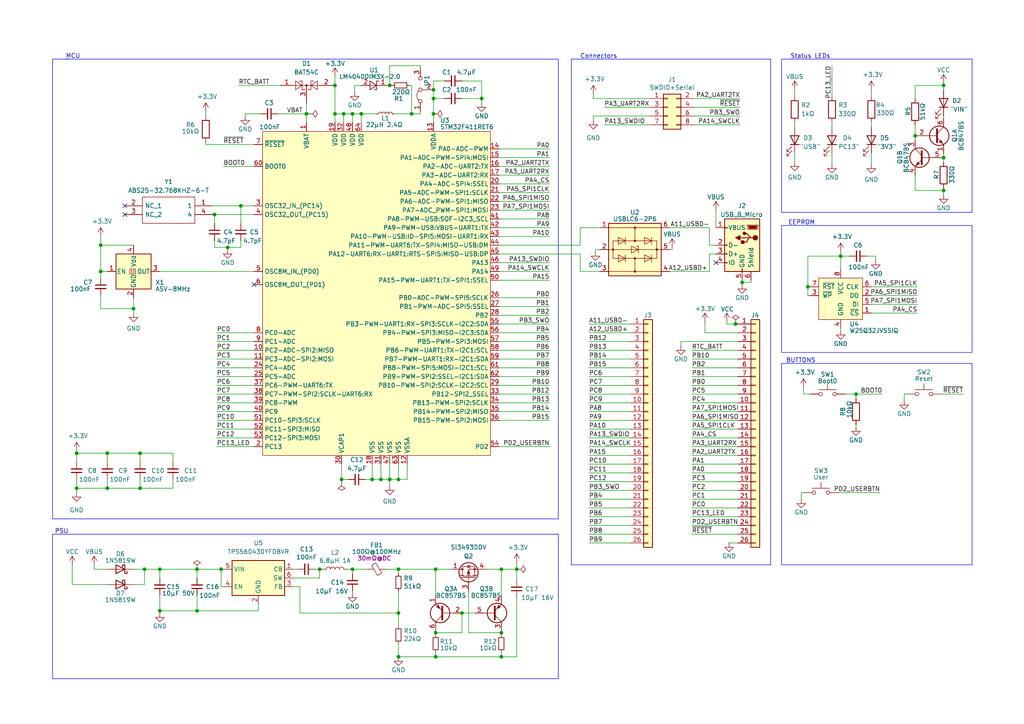
<source format=kicad_sch>
(kicad_sch (version 20230121) (generator eeschema)
  (paper "A4")
  (title_block (title "STM32 WhiteBoard64") (date "2023-10-25") (rev "D") (company "Retronics - Bjørner Sandom"))
  (junction (at 31.115 141.605))
  (junction (at 31.115 131.445))
  (junction (at 29.21 78.74))
  (junction (at 99.06 139.065))
  (junction (at 22.225 131.445))
  (junction (at 38.735 89.535))
  (junction (at 126.365 165.1))
  (junction (at 107.95 139.065))
  (junction (at 119.38 33.02))
  (junction (at 139.7 28.575))
  (junction (at 115.57 165.1))
  (junction (at 99.695 33.02))
  (junction (at 125.73 28.575))
  (junction (at 145.415 183.515))
  (junction (at 215.265 81.915))
  (junction (at 62.23 62.23))
  (junction (at 273.685 24.765))
  (junction (at 29.21 71.12))
  (junction (at 104.775 33.02))
  (junction (at 97.155 33.02))
  (junction (at 46.355 177.165))
  (junction (at 234.315 83.185))
  (junction (at 145.415 190.5))
  (junction (at 273.685 55.245))
  (junction (at 126.365 183.515))
  (junction (at 125.73 33.02))
  (junction (at 97.155 24.765))
  (junction (at 149.86 165.1))
  (junction (at 113.03 139.065))
  (junction (at 265.43 39.37))
  (junction (at 57.15 177.165))
  (junction (at 248.285 114.3))
  (junction (at 22.225 141.605))
  (junction (at 40.64 141.605))
  (junction (at 213.36 93.98))
  (junction (at 41.91 165.1))
  (junction (at 115.57 177.8))
  (junction (at 110.49 139.065))
  (junction (at 145.415 165.1))
  (junction (at 113.03 24.765))
  (junction (at 88.9 33.02))
  (junction (at 125.73 26.035))
  (junction (at 273.685 45.72))
  (junction (at 92.71 165.1))
  (junction (at 243.84 74.295))
  (junction (at 69.85 59.69))
  (junction (at 133.985 177.8))
  (junction (at 115.57 190.5))
  (junction (at 46.355 165.1))
  (junction (at 115.57 139.065))
  (junction (at 102.235 165.1))
  (junction (at 126.365 190.5))
  (junction (at 66.04 71.755))
  (junction (at 64.135 165.1))
  (junction (at 40.64 131.445))
  (junction (at 57.15 165.1))
  (junction (at 102.235 33.02))
  (no_connect (at 36.195 59.69))
  (no_connect (at 207.645 76.2))
  (no_connect (at 36.195 62.23))
  (no_connect (at 73.66 82.55))
  (wire (pts (xy 144.78 76.2) (xy 159.385 76.2)))
  (wire (pts (xy 69.85 59.69) (xy 73.66 59.69)))
  (wire (pts (xy 126.365 182.88) (xy 126.365 183.515)))
  (wire (pts (xy 22.225 130.81) (xy 22.225 131.445)))
  (wire (pts (xy 200.66 144.78) (xy 213.995 144.78)))
  (wire (pts (xy 102.87 24.765) (xy 104.775 24.765)))
  (polyline (pts (xy 165.735 17.145) (xy 223.52 17.145)))
  (wire (pts (xy 85.09 165.1) (xy 86.36 165.1)))
  (wire (pts (xy 64.77 48.26) (xy 73.66 48.26)))
  (wire (pts (xy 172.085 28.575) (xy 172.085 27.305)))
  (polyline (pts (xy 223.52 163.83) (xy 165.735 163.83)))
  (wire (pts (xy 29.21 68.58) (xy 29.21 71.12)))
  (wire (pts (xy 182.88 101.6) (xy 170.815 101.6)))
  (wire (pts (xy 135.89 183.515) (xy 145.415 183.515)))
  (wire (pts (xy 248.285 114.3) (xy 248.285 115.57)))
  (wire (pts (xy 144.78 55.88) (xy 159.385 55.88)))
  (wire (pts (xy 144.78 81.28) (xy 159.385 81.28)))
  (wire (pts (xy 73.66 106.68) (xy 62.865 106.68)))
  (wire (pts (xy 262.255 114.3) (xy 262.89 114.3)))
  (wire (pts (xy 62.23 62.23) (xy 61.595 62.23)))
  (wire (pts (xy 243.84 95.25) (xy 243.84 95.885)))
  (wire (pts (xy 182.88 99.06) (xy 170.815 99.06)))
  (wire (pts (xy 57.15 167.64) (xy 57.15 165.1)))
  (wire (pts (xy 182.88 119.38) (xy 170.815 119.38)))
  (wire (pts (xy 113.03 134.62) (xy 113.03 139.065)))
  (wire (pts (xy 194.31 66.04) (xy 205.74 66.04)))
  (wire (pts (xy 102.235 166.37) (xy 102.235 165.1)))
  (wire (pts (xy 139.7 28.575) (xy 139.7 29.845)))
  (wire (pts (xy 57.15 165.1) (xy 64.135 165.1)))
  (wire (pts (xy 213.995 93.98) (xy 213.36 93.98)))
  (wire (pts (xy 200.66 139.7) (xy 213.995 139.7)))
  (wire (pts (xy 121.92 19.05) (xy 121.92 19.685)))
  (wire (pts (xy 182.88 139.7) (xy 170.815 139.7)))
  (wire (pts (xy 200.66 121.92) (xy 213.995 121.92)))
  (wire (pts (xy 230.505 26.035) (xy 230.505 27.94)))
  (wire (pts (xy 62.23 62.23) (xy 62.23 64.77)))
  (wire (pts (xy 113.03 139.065) (xy 113.03 140.97)))
  (wire (pts (xy 182.88 149.86) (xy 170.815 149.86)))
  (wire (pts (xy 89.535 33.02) (xy 88.9 33.02)))
  (wire (pts (xy 86.995 177.8) (xy 86.995 170.18)))
  (wire (pts (xy 74.93 177.165) (xy 74.93 175.26)))
  (wire (pts (xy 144.78 88.9) (xy 159.385 88.9)))
  (wire (pts (xy 97.155 33.02) (xy 99.695 33.02)))
  (wire (pts (xy 73.66 121.92) (xy 62.865 121.92)))
  (wire (pts (xy 69.85 69.85) (xy 69.85 71.755)))
  (wire (pts (xy 200.66 137.16) (xy 213.995 137.16)))
  (wire (pts (xy 125.73 28.575) (xy 128.905 28.575)))
  (wire (pts (xy 73.66 96.52) (xy 62.865 96.52)))
  (wire (pts (xy 145.415 165.1) (xy 145.415 172.72)))
  (wire (pts (xy 126.365 183.515) (xy 126.365 184.15)))
  (wire (pts (xy 62.23 69.85) (xy 62.23 71.755)))
  (wire (pts (xy 144.78 68.58) (xy 159.385 68.58)))
  (wire (pts (xy 80.645 33.02) (xy 88.9 33.02)))
  (wire (pts (xy 118.745 24.765) (xy 119.38 24.765)))
  (wire (pts (xy 144.78 99.06) (xy 159.385 99.06)))
  (wire (pts (xy 252.73 85.725) (xy 266.065 85.725)))
  (wire (pts (xy 204.47 96.52) (xy 213.995 96.52)))
  (wire (pts (xy 182.88 106.68) (xy 170.815 106.68)))
  (wire (pts (xy 99.06 139.7) (xy 99.06 139.065)))
  (wire (pts (xy 200.66 147.32) (xy 213.995 147.32)))
  (wire (pts (xy 182.88 129.54) (xy 170.815 129.54)))
  (wire (pts (xy 182.88 127) (xy 170.815 127)))
  (wire (pts (xy 265.43 39.37) (xy 265.43 40.64)))
  (wire (pts (xy 144.78 96.52) (xy 159.385 96.52)))
  (wire (pts (xy 115.57 165.1) (xy 126.365 165.1)))
  (wire (pts (xy 194.945 71.755) (xy 194.945 72.39)))
  (wire (pts (xy 86.995 170.18) (xy 85.09 170.18)))
  (wire (pts (xy 118.11 134.62) (xy 118.11 139.065)))
  (wire (pts (xy 64.135 170.18) (xy 64.135 165.1)))
  (wire (pts (xy 182.88 144.78) (xy 170.815 144.78)))
  (wire (pts (xy 194.945 72.39) (xy 194.31 72.39)))
  (wire (pts (xy 126.365 189.23) (xy 126.365 190.5)))
  (wire (pts (xy 86.995 177.8) (xy 115.57 177.8)))
  (wire (pts (xy 133.985 23.495) (xy 139.7 23.495)))
  (wire (pts (xy 149.86 190.5) (xy 149.86 173.355)))
  (wire (pts (xy 113.03 24.765) (xy 113.03 19.05)))
  (wire (pts (xy 182.88 154.94) (xy 170.815 154.94)))
  (wire (pts (xy 88.9 35.56) (xy 88.9 33.02)))
  (wire (pts (xy 46.355 165.1) (xy 46.355 167.64)))
  (wire (pts (xy 31.115 141.605) (xy 22.225 141.605)))
  (wire (pts (xy 201.295 36.195) (xy 214.63 36.195)))
  (wire (pts (xy 215.265 81.28) (xy 215.265 81.915)))
  (wire (pts (xy 115.57 166.37) (xy 115.57 165.1)))
  (polyline (pts (xy 15.24 150.495) (xy 15.24 17.145)))
  (wire (pts (xy 69.85 59.69) (xy 69.85 64.77)))
  (wire (pts (xy 265.43 28.575) (xy 265.43 24.765)))
  (wire (pts (xy 73.66 124.46) (xy 62.865 124.46)))
  (wire (pts (xy 50.165 141.605) (xy 40.64 141.605)))
  (wire (pts (xy 200.66 109.22) (xy 213.995 109.22)))
  (wire (pts (xy 252.73 88.265) (xy 266.065 88.265)))
  (wire (pts (xy 144.78 101.6) (xy 159.385 101.6)))
  (wire (pts (xy 144.78 93.98) (xy 159.385 93.98)))
  (wire (pts (xy 50.165 131.445) (xy 50.165 133.985)))
  (wire (pts (xy 234.315 83.185) (xy 234.315 85.725)))
  (wire (pts (xy 182.88 157.48) (xy 170.815 157.48)))
  (wire (pts (xy 144.78 121.92) (xy 159.385 121.92)))
  (wire (pts (xy 188.595 33.655) (xy 172.085 33.655)))
  (wire (pts (xy 182.88 109.22) (xy 170.815 109.22)))
  (wire (pts (xy 133.985 28.575) (xy 139.7 28.575)))
  (wire (pts (xy 62.23 71.755) (xy 66.04 71.755)))
  (wire (pts (xy 234.315 83.185) (xy 234.95 83.185)))
  (wire (pts (xy 113.03 24.765) (xy 113.665 24.765)))
  (wire (pts (xy 145.415 182.88) (xy 145.415 183.515)))
  (wire (pts (xy 233.045 114.3) (xy 234.95 114.3)))
  (wire (pts (xy 205.74 71.12) (xy 207.645 71.12)))
  (wire (pts (xy 248.285 123.19) (xy 248.285 123.825)))
  (wire (pts (xy 73.66 119.38) (xy 62.865 119.38)))
  (wire (pts (xy 38.735 89.535) (xy 38.735 86.36)))
  (wire (pts (xy 254 74.295) (xy 254 75.565)))
  (wire (pts (xy 170.815 93.98) (xy 182.88 93.98)))
  (wire (pts (xy 29.21 89.535) (xy 38.735 89.535)))
  (wire (pts (xy 106.045 139.065) (xy 107.95 139.065)))
  (wire (pts (xy 115.57 190.5) (xy 126.365 190.5)))
  (wire (pts (xy 144.78 45.72) (xy 159.385 45.72)))
  (wire (pts (xy 40.64 139.065) (xy 40.64 141.605)))
  (wire (pts (xy 243.84 74.295) (xy 234.315 74.295)))
  (wire (pts (xy 114.3 33.02) (xy 119.38 33.02)))
  (wire (pts (xy 139.7 23.495) (xy 139.7 28.575)))
  (wire (pts (xy 85.09 167.64) (xy 92.71 167.64)))
  (wire (pts (xy 197.485 99.06) (xy 213.995 99.06)))
  (wire (pts (xy 273.685 45.72) (xy 273.685 46.99)))
  (wire (pts (xy 115.57 186.69) (xy 115.57 190.5)))
  (wire (pts (xy 182.88 147.32) (xy 170.815 147.32)))
  (wire (pts (xy 248.285 114.3) (xy 255.905 114.3)))
  (wire (pts (xy 144.78 60.96) (xy 159.385 60.96)))
  (wire (pts (xy 62.865 129.54) (xy 73.66 129.54)))
  (wire (pts (xy 182.88 116.84) (xy 170.815 116.84)))
  (wire (pts (xy 64.77 170.18) (xy 64.135 170.18)))
  (wire (pts (xy 210.82 93.98) (xy 213.36 93.98)))
  (wire (pts (xy 125.73 35.56) (xy 125.73 33.02)))
  (wire (pts (xy 115.57 171.45) (xy 115.57 177.8)))
  (wire (pts (xy 262.255 116.205) (xy 262.255 114.3)))
  (wire (pts (xy 207.645 60.96) (xy 207.645 66.04)))
  (wire (pts (xy 232.41 144.78) (xy 232.41 142.875)))
  (wire (pts (xy 251.46 74.295) (xy 254 74.295)))
  (wire (pts (xy 38.735 169.545) (xy 41.91 169.545)))
  (wire (pts (xy 125.73 23.495) (xy 128.905 23.495)))
  (wire (pts (xy 130.81 165.1) (xy 126.365 165.1)))
  (wire (pts (xy 200.66 106.68) (xy 213.995 106.68)))
  (wire (pts (xy 168.275 71.12) (xy 168.275 66.04)))
  (wire (pts (xy 93.345 165.1) (xy 92.71 165.1)))
  (wire (pts (xy 125.73 28.575) (xy 125.73 33.02)))
  (wire (pts (xy 273.685 33.655) (xy 273.685 34.29)))
  (wire (pts (xy 200.66 111.76) (xy 213.995 111.76)))
  (wire (pts (xy 111.76 165.1) (xy 115.57 165.1)))
  (wire (pts (xy 210.82 93.345) (xy 210.82 93.98)))
  (wire (pts (xy 230.505 35.56) (xy 230.505 36.83)))
  (wire (pts (xy 57.15 172.72) (xy 57.15 177.165)))
  (wire (pts (xy 73.66 101.6) (xy 62.865 101.6)))
  (wire (pts (xy 57.15 177.165) (xy 74.93 177.165)))
  (wire (pts (xy 200.66 116.84) (xy 213.995 116.84)))
  (wire (pts (xy 265.43 24.765) (xy 273.685 24.765)))
  (wire (pts (xy 102.235 165.1) (xy 100.965 165.1)))
  (wire (pts (xy 121.92 33.02) (xy 121.92 32.385)))
  (wire (pts (xy 149.86 165.1) (xy 149.86 168.275)))
  (wire (pts (xy 243.205 142.875) (xy 255.27 142.875)))
  (wire (pts (xy 125.73 23.495) (xy 125.73 26.035)))
  (wire (pts (xy 99.695 33.02) (xy 102.235 33.02)))
  (wire (pts (xy 200.66 149.86) (xy 213.995 149.86)))
  (wire (pts (xy 107.95 134.62) (xy 107.95 139.065)))
  (wire (pts (xy 200.66 154.94) (xy 213.995 154.94)))
  (wire (pts (xy 110.49 139.065) (xy 113.03 139.065)))
  (wire (pts (xy 91.44 165.1) (xy 92.71 165.1)))
  (wire (pts (xy 194.31 78.74) (xy 205.74 78.74)))
  (wire (pts (xy 273.685 44.45) (xy 273.685 45.72)))
  (wire (pts (xy 145.415 189.23) (xy 145.415 190.5)))
  (wire (pts (xy 144.78 114.3) (xy 159.385 114.3)))
  (wire (pts (xy 144.78 71.12) (xy 168.275 71.12)))
  (wire (pts (xy 144.78 58.42) (xy 159.385 58.42)))
  (wire (pts (xy 22.225 131.445) (xy 31.115 131.445)))
  (wire (pts (xy 265.43 39.37) (xy 265.43 36.195)))
  (wire (pts (xy 107.95 139.065) (xy 110.49 139.065)))
  (wire (pts (xy 201.295 33.655) (xy 214.63 33.655)))
  (wire (pts (xy 73.66 111.76) (xy 62.865 111.76)))
  (wire (pts (xy 217.805 81.915) (xy 215.265 81.915)))
  (wire (pts (xy 188.595 28.575) (xy 172.085 28.575)))
  (wire (pts (xy 92.71 167.64) (xy 92.71 165.1)))
  (wire (pts (xy 31.115 131.445) (xy 31.115 133.985)))
  (polyline (pts (xy 165.735 17.145) (xy 165.735 163.83)))
  (wire (pts (xy 140.97 165.1) (xy 145.415 165.1)))
  (wire (pts (xy 182.88 121.92) (xy 170.815 121.92)))
  (wire (pts (xy 81.28 24.765) (xy 69.215 24.765)))
  (wire (pts (xy 73.66 104.14) (xy 62.865 104.14)))
  (wire (pts (xy 273.685 24.13) (xy 273.685 24.765)))
  (wire (pts (xy 172.72 73.025) (xy 172.72 72.39)))
  (wire (pts (xy 113.03 19.05) (xy 121.92 19.05)))
  (wire (pts (xy 144.78 43.18) (xy 159.385 43.18)))
  (wire (pts (xy 97.155 24.765) (xy 97.155 33.02)))
  (wire (pts (xy 31.115 131.445) (xy 40.64 131.445)))
  (wire (pts (xy 38.735 89.535) (xy 38.735 90.805)))
  (wire (pts (xy 144.78 109.22) (xy 159.385 109.22)))
  (wire (pts (xy 200.66 124.46) (xy 213.995 124.46)))
  (wire (pts (xy 73.66 109.22) (xy 62.865 109.22)))
  (wire (pts (xy 200.66 114.3) (xy 213.995 114.3)))
  (wire (pts (xy 168.275 78.74) (xy 173.99 78.74)))
  (wire (pts (xy 115.57 177.8) (xy 115.57 181.61)))
  (wire (pts (xy 215.265 81.915) (xy 215.265 82.55)))
  (wire (pts (xy 182.88 104.14) (xy 170.815 104.14)))
  (wire (pts (xy 144.78 91.44) (xy 159.385 91.44)))
  (wire (pts (xy 125.73 26.035) (xy 125.73 28.575)))
  (wire (pts (xy 201.295 28.575) (xy 214.63 28.575)))
  (wire (pts (xy 243.84 74.295) (xy 243.84 78.105)))
  (wire (pts (xy 273.685 54.61) (xy 273.685 55.245)))
  (wire (pts (xy 273.685 24.765) (xy 273.685 26.035)))
  (wire (pts (xy 113.03 139.065) (xy 115.57 139.065)))
  (wire (pts (xy 46.355 78.74) (xy 73.66 78.74)))
  (wire (pts (xy 110.49 134.62) (xy 110.49 139.065)))
  (wire (pts (xy 149.86 163.195) (xy 149.86 165.1)))
  (wire (pts (xy 200.66 101.6) (xy 213.995 101.6)))
  (wire (pts (xy 241.3 44.45) (xy 241.3 47.625)))
  (wire (pts (xy 40.64 131.445) (xy 40.64 133.985)))
  (wire (pts (xy 133.985 183.515) (xy 133.985 177.8)))
  (wire (pts (xy 233.045 112.395) (xy 233.045 114.3)))
  (wire (pts (xy 29.21 71.12) (xy 29.21 78.74)))
  (wire (pts (xy 200.66 152.4) (xy 213.995 152.4)))
  (wire (pts (xy 27.305 163.83) (xy 27.305 165.1)))
  (wire (pts (xy 59.69 41.275) (xy 59.69 41.91)))
  (wire (pts (xy 232.41 142.875) (xy 233.045 142.875)))
  (polyline (pts (xy 223.52 17.145) (xy 223.52 163.83)))
  (wire (pts (xy 29.21 85.725) (xy 29.21 89.535)))
  (wire (pts (xy 97.155 22.225) (xy 97.155 24.765)))
  (wire (pts (xy 73.66 114.3) (xy 62.865 114.3)))
  (wire (pts (xy 265.43 50.8) (xy 265.43 55.245)))
  (wire (pts (xy 265.43 39.37) (xy 266.065 39.37)))
  (wire (pts (xy 88.9 29.845) (xy 88.9 33.02)))
  (wire (pts (xy 144.78 53.34) (xy 159.385 53.34)))
  (wire (pts (xy 126.365 183.515) (xy 133.985 183.515)))
  (wire (pts (xy 205.74 78.74) (xy 205.74 73.66)))
  (wire (pts (xy 115.57 139.065) (xy 118.11 139.065)))
  (wire (pts (xy 144.78 104.14) (xy 159.385 104.14)))
  (wire (pts (xy 29.21 71.12) (xy 38.735 71.12)))
  (wire (pts (xy 144.78 106.68) (xy 159.385 106.68)))
  (wire (pts (xy 182.88 134.62) (xy 170.815 134.62)))
  (wire (pts (xy 73.66 62.23) (xy 62.23 62.23)))
  (wire (pts (xy 182.88 137.16) (xy 170.815 137.16)))
  (wire (pts (xy 102.235 33.02) (xy 104.775 33.02)))
  (wire (pts (xy 205.74 66.04) (xy 205.74 71.12)))
  (wire (pts (xy 22.225 131.445) (xy 22.225 133.985)))
  (wire (pts (xy 104.775 33.02) (xy 104.775 35.56)))
  (wire (pts (xy 273.05 45.72) (xy 273.685 45.72)))
  (wire (pts (xy 182.88 111.76) (xy 170.815 111.76)))
  (wire (pts (xy 41.91 169.545) (xy 41.91 165.1)))
  (polyline (pts (xy 15.24 17.145) (xy 19.685 17.145)))
  (wire (pts (xy 73.66 99.06) (xy 62.865 99.06)))
  (wire (pts (xy 144.78 66.04) (xy 159.385 66.04)))
  (wire (pts (xy 252.73 83.185) (xy 266.065 83.185)))
  (wire (pts (xy 144.78 63.5) (xy 159.385 63.5)))
  (wire (pts (xy 29.21 78.74) (xy 29.21 80.645)))
  (wire (pts (xy 126.365 165.1) (xy 126.365 172.72)))
  (wire (pts (xy 200.66 142.24) (xy 213.995 142.24)))
  (wire (pts (xy 27.305 165.1) (xy 31.115 165.1)))
  (wire (pts (xy 245.11 114.3) (xy 248.285 114.3)))
  (wire (pts (xy 204.47 93.345) (xy 204.47 96.52)))
  (wire (pts (xy 252.73 44.45) (xy 252.73 47.625)))
  (wire (pts (xy 135.89 171.45) (xy 135.89 183.515)))
  (polyline (pts (xy 161.925 17.145) (xy 161.925 150.495)))
  (wire (pts (xy 102.235 165.1) (xy 106.68 165.1)))
  (wire (pts (xy 241.3 35.56) (xy 241.3 36.83)))
  (wire (pts (xy 144.78 129.54) (xy 159.385 129.54)))
  (wire (pts (xy 168.275 66.04) (xy 173.99 66.04)))
  (wire (pts (xy 119.38 33.02) (xy 121.92 33.02)))
  (wire (pts (xy 69.85 71.755) (xy 66.04 71.755)))
  (wire (pts (xy 115.57 134.62) (xy 115.57 139.065)))
  (wire (pts (xy 20.955 163.83) (xy 20.955 169.545)))
  (wire (pts (xy 22.225 141.605) (xy 22.225 142.875)))
  (wire (pts (xy 144.78 111.76) (xy 159.385 111.76)))
  (wire (pts (xy 144.78 73.66) (xy 168.275 73.66)))
  (wire (pts (xy 145.415 190.5) (xy 149.86 190.5)))
  (wire (pts (xy 144.78 116.84) (xy 159.385 116.84)))
  (wire (pts (xy 59.69 32.385) (xy 59.69 33.655)))
  (wire (pts (xy 217.805 81.28) (xy 217.805 81.915)))
  (wire (pts (xy 144.78 48.26) (xy 159.385 48.26)))
  (wire (pts (xy 200.66 129.54) (xy 213.995 129.54)))
  (wire (pts (xy 182.88 152.4) (xy 170.815 152.4)))
  (wire (pts (xy 112.395 24.765) (xy 113.03 24.765)))
  (wire (pts (xy 96.52 24.765) (xy 97.155 24.765)))
  (wire (pts (xy 188.595 36.195) (xy 175.26 36.195)))
  (wire (pts (xy 99.695 33.02) (xy 99.695 35.56)))
  (wire (pts (xy 144.78 50.8) (xy 159.385 50.8)))
  (wire (pts (xy 172.72 72.39) (xy 173.99 72.39)))
  (wire (pts (xy 71.12 33.02) (xy 71.12 33.655)))
  (wire (pts (xy 234.315 85.725) (xy 234.95 85.725)))
  (wire (pts (xy 41.91 165.1) (xy 46.355 165.1)))
  (wire (pts (xy 119.38 24.765) (xy 119.38 33.02)))
  (wire (pts (xy 50.165 139.065) (xy 50.165 141.605)))
  (wire (pts (xy 168.275 73.66) (xy 168.275 78.74)))
  (wire (pts (xy 99.06 134.62) (xy 99.06 139.065)))
  (wire (pts (xy 144.78 78.74) (xy 159.385 78.74)))
  (wire (pts (xy 97.155 33.02) (xy 97.155 35.56)))
  (wire (pts (xy 71.12 33.02) (xy 75.565 33.02)))
  (wire (pts (xy 182.88 114.3) (xy 170.815 114.3)))
  (wire (pts (xy 64.135 165.1) (xy 64.77 165.1)))
  (wire (pts (xy 102.87 24.765) (xy 102.87 26.67)))
  (wire (pts (xy 234.315 74.295) (xy 234.315 83.185)))
  (wire (pts (xy 149.86 165.1) (xy 145.415 165.1)))
  (wire (pts (xy 273.685 55.245) (xy 273.685 56.515)))
  (wire (pts (xy 31.115 139.065) (xy 31.115 141.605)))
  (wire (pts (xy 241.3 19.05) (xy 241.3 27.94)))
  (wire (pts (xy 133.985 177.8) (xy 137.795 177.8)))
  (wire (pts (xy 102.235 171.45) (xy 102.235 172.085)))
  (wire (pts (xy 252.73 90.805) (xy 266.065 90.805)))
  (wire (pts (xy 46.355 177.165) (xy 57.15 177.165)))
  (wire (pts (xy 22.225 139.065) (xy 22.225 141.605)))
  (wire (pts (xy 46.355 177.165) (xy 46.355 177.8)))
  (wire (pts (xy 66.04 71.755) (xy 66.04 72.39)))
  (wire (pts (xy 200.66 104.14) (xy 213.995 104.14)))
  (wire (pts (xy 188.595 31.115) (xy 175.26 31.115)))
  (wire (pts (xy 201.295 31.115) (xy 214.63 31.115)))
  (wire (pts (xy 172.085 33.655) (xy 172.085 34.925)))
  (polyline (pts (xy 19.05 17.145) (xy 161.925 17.145)))
  (wire (pts (xy 243.84 74.295) (xy 246.38 74.295)))
  (wire (pts (xy 252.73 35.56) (xy 252.73 36.83)))
  (wire (pts (xy 29.21 78.74) (xy 31.115 78.74)))
  (wire (pts (xy 144.78 119.38) (xy 159.385 119.38)))
  (wire (pts (xy 46.355 172.72) (xy 46.355 177.165)))
  (wire (pts (xy 200.66 119.38) (xy 213.995 119.38)))
  (wire (pts (xy 200.66 134.62) (xy 213.995 134.62)))
  (wire (pts (xy 145.415 190.5) (xy 126.365 190.5)))
  (wire (pts (xy 145.415 183.515) (xy 145.415 184.15)))
  (wire (pts (xy 20.955 169.545) (xy 31.115 169.545)))
  (wire (pts (xy 104.775 33.02) (xy 109.22 33.02)))
  (wire (pts (xy 205.74 73.66) (xy 207.645 73.66)))
  (wire (pts (xy 197.485 99.06) (xy 197.485 100.33)))
  (wire (pts (xy 102.235 33.02) (xy 102.235 35.56)))
  (wire (pts (xy 200.66 127) (xy 213.995 127)))
  (wire (pts (xy 40.64 141.605) (xy 31.115 141.605)))
  (wire (pts (xy 59.69 41.91) (xy 73.66 41.91)))
  (wire (pts (xy 61.595 59.69) (xy 69.85 59.69)))
  (wire (pts (xy 182.88 132.08) (xy 170.815 132.08)))
  (wire (pts (xy 273.05 114.3) (xy 279.4 114.3)))
  (wire (pts (xy 170.815 96.52) (xy 182.88 96.52)))
  (wire (pts (xy 252.73 26.035) (xy 252.73 27.94)))
  (wire (pts (xy 99.06 139.065) (xy 100.965 139.065)))
  (wire (pts (xy 40.64 131.445) (xy 50.165 131.445)))
  (wire (pts (xy 265.43 55.245) (xy 273.685 55.245)))
  (wire (pts (xy 57.15 165.1) (xy 46.355 165.1)))
  (wire (pts (xy 182.88 124.46) (xy 170.815 124.46)))
  (wire (pts (xy 211.455 157.48) (xy 213.995 157.48)))
  (wire (pts (xy 38.735 165.1) (xy 41.91 165.1)))
  (wire (pts (xy 230.505 44.45) (xy 230.505 46.99)))
  (polyline (pts (xy 161.925 150.495) (xy 15.24 150.495)))
  (wire (pts (xy 182.88 142.24) (xy 170.815 142.24)))
  (wire (pts (xy 243.84 73.025) (xy 243.84 74.295)))
  (wire (pts (xy 144.78 86.36) (xy 159.385 86.36)))
  (wire (pts (xy 200.66 132.08) (xy 213.995 132.08)))
  (wire (pts (xy 73.66 116.84) (xy 62.865 116.84)))
  (wire (pts (xy 73.66 127) (xy 62.865 127)))
  (rectangle (start 226.695 65.405) (end 281.94 102.235))
  (rectangle (start 15.24 154.94) (end 161.925 196.85))
  (rectangle (start 226.695 105.41) (end 281.94 163.83))
  (rectangle (start 226.695 17.145) (end 281.94 61.595))
  (text "PSU" (at 15.875 154.94 0) (effects (font (size 1.27 1.27)) (justify left bottom)))
  (text "Status LEDs" (at 229.235 17.145 0) (effects (font (size 1.27 1.27)) (justify left bottom)))
  (text "MCU" (at 19.05 17.145 0) (effects (font (size 1.27 1.27)) (justify left bottom)))
  (text "Connectors" (at 168.275 17.145 0) (effects (font (size 1.27 1.27)) (justify left bottom)))
  (text "BUTTONS" (at 227.965 105.41 0) (effects (font (size 1.27 1.27)) (justify left bottom)))
  (text "EEPROM" (at 228.6 65.405 0) (effects (font (size 1.27 1.27)) (justify left bottom)))
  (label "PD2_USERBTN" (at 200.66 152.4 0))
  (label "RTC_BATT" (at 200.66 101.6 0))
  (label "PC7" (at 170.815 111.76 0))
  (label "PA14_SWCLK" (at 214.63 36.195 180))
  (label "PB14" (at 159.385 119.38 180))
  (label "PA4_CS" (at 266.065 90.805 180))
  (label "PA13_SWDIO" (at 159.385 76.2 180))
  (label "PB3_SWO" (at 214.63 33.655 180))
  (label "PA15" (at 159.385 81.28 180))
  (label "PC5" (at 200.66 114.3 0))
  (label "PA4_CS" (at 159.385 53.34 180))
  (label "PA3_UART2RX" (at 175.26 31.115 0))
  (label "PA6_SPI1MISO" (at 200.66 121.92 0))
  (label "PA13_SWDIO" (at 175.26 36.195 0))
  (label "PB12" (at 170.815 99.06 0))
  (label "A11_USBD-" (at 170.815 93.98 0))
  (label "PC5" (at 62.865 109.22 0))
  (label "PA6_SPI1MISO" (at 159.385 58.42 180))
  (label "PB8" (at 159.385 106.68 180))
  (label "PB10" (at 200.66 104.14 0))
  (label "PC6" (at 62.865 111.76 0))
  (label "PA10" (at 159.385 68.58 180))
  (label "PB1" (at 159.385 88.9 180))
  (label "PC8" (at 170.815 114.3 0))
  (label "RTC_BATT" (at 69.215 24.765 0))
  (label "PC2" (at 62.865 101.6 0))
  (label "PB5" (at 159.385 99.06 180))
  (label "PB6" (at 170.815 149.86 0))
  (label "PB13" (at 170.815 101.6 0))
  (label "PB4" (at 170.815 144.78 0))
  (label "PC9" (at 62.865 119.38 0))
  (label "PA9" (at 159.385 66.04 180))
  (label "PA15" (at 170.815 132.08 0))
  (label "PA13_SWDIO" (at 170.815 127 0))
  (label "PA0" (at 200.66 137.16 0))
  (label "PA3_UART2RX" (at 200.66 129.54 0))
  (label "PB9" (at 159.385 109.22 180))
  (label "PC7" (at 62.865 114.3 0))
  (label "PA9" (at 170.815 121.92 0))
  (label "PC0" (at 200.66 147.32 0))
  (label "PB7" (at 159.385 104.14 180))
  (label "PC9" (at 170.815 116.84 0))
  (label "PC13_LED" (at 200.66 149.86 0))
  (label "PA7_SPI1MOSI" (at 266.065 88.265 180))
  (label "PB10" (at 159.385 111.76 180))
  (label "PA1" (at 159.385 45.72 180))
  (label "PA4_CS" (at 200.66 127 0))
  (label "BOOT0" (at 255.905 114.3 180))
  (label "PB14" (at 170.815 104.14 0))
  (label "PC11" (at 170.815 137.16 0))
  (label "PB0" (at 159.385 86.36 180))
  (label "PA3_UART2RX" (at 159.385 50.8 180))
  (label "PB3_SWO" (at 159.385 93.98 180))
  (label "PA10" (at 170.815 124.46 0))
  (label "PB9" (at 170.815 157.48 0))
  (label "A12_USBD+" (at 170.815 96.52 0))
  (label "PD2_USERBTN" (at 255.27 142.875 180))
  (label "PC1" (at 200.66 144.78 0))
  (label "PC4" (at 62.865 106.68 0))
  (label "BOOT0" (at 64.77 48.26 0))
  (label "PC10" (at 62.865 121.92 0))
  (label "PA2_UART2TX" (at 159.385 48.26 180))
  (label "PA14_SWCLK" (at 159.385 78.74 180))
  (label "PA8" (at 170.815 119.38 0))
  (label "~{RESET}" (at 64.77 41.91 0))
  (label "PA5_SPI1CLK" (at 200.66 124.46 0))
  (label "PA5_SPI1CLK" (at 266.065 83.185 180))
  (label "PB2" (at 200.66 106.68 0))
  (label "PA2_UART2TX" (at 200.66 132.08 0))
  (label "A12_USBD+" (at 205.232 78.74 180))
  (label "PB15" (at 170.815 106.68 0))
  (label "PC12" (at 170.815 139.7 0))
  (label "PA1" (at 200.66 134.62 0))
  (label "PB6" (at 159.385 101.6 180))
  (label "PA7_SPI1MOSI" (at 200.66 119.38 0))
  (label "PC13_LED" (at 62.865 129.54 0))
  (label "PC10" (at 170.815 134.62 0))
  (label "VBAT" (at 83.185 33.02 0))
  (label "PD2_USERBTN" (at 159.385 129.54 180))
  (label "PC3" (at 62.865 104.14 0))
  (label "~{RESET}" (at 214.63 31.115 180))
  (label "PA2_UART2TX" (at 214.63 28.575 180))
  (label "~{RESET}" (at 279.4 114.3 180))
  (label "PC13_LED" (at 241.3 19.05 270))
  (label "PC2" (at 200.66 142.24 0))
  (label "PB3_SWO" (at 170.815 142.24 0))
  (label "PA6_SPI1MISO" (at 266.065 85.725 180))
  (label "~{RESET}" (at 200.66 154.94 0))
  (label "PC4" (at 200.66 116.84 0))
  (label "PB0" (at 200.66 111.76 0))
  (label "PB2" (at 159.385 91.44 180))
  (label "PA7_SPI1MOSI" (at 159.385 60.96 180))
  (label "PB15" (at 159.385 121.92 180))
  (label "PB4" (at 159.385 96.52 180))
  (label "PB1" (at 200.66 109.22 0))
  (label "PB13" (at 159.385 116.84 180))
  (label "PC0" (at 62.865 96.52 0))
  (label "PC1" (at 62.865 99.06 0))
  (label "PA8" (at 159.385 63.5 180))
  (label "PB7" (at 170.815 152.4 0))
  (label "PC3" (at 200.66 139.7 0))
  (label "PC12" (at 62.865 127 0))
  (label "PB12" (at 159.385 114.3 180))
  (label "PC8" (at 62.865 116.84 0))
  (label "A11_USBD-" (at 205.74 66.04 180))
  (label "PA14_SWCLK" (at 170.815 129.54 0))
  (label "PA0" (at 159.385 43.18 180))
  (label "PC6" (at 170.815 109.22 0))
  (label "PB8" (at 170.815 154.94 0))
  (label "PA5_SPI1CLK" (at 159.385 55.88 180))
  (label "PB5" (at 170.815 147.32 0))
  (label "PC11" (at 62.865 124.46 0))
  (symbol (lib_id "Device:C_Small") (at 103.505 139.065 270) (unit 1)
    (property "Reference" "C12" (at 103.505 133.35 90))
    (property "Value" "4.7µF" (at 103.505 135.89 90))
    (property "Footprint" "Capacitor_SMD:C_0603_1608Metric_Pad1.08x0.95mm_HandSolder" (effects hide))
  )
  (symbol (lib_id "power:+3.3V") (at 97.155 22.225 0) (unit 1)
    (property "Reference" "#PWR01" (effects hide))
    (property "Value" "+3.3V" (at 97.155 18.415 0))
  )
  (symbol (lib_id "Device:C_Small") (at 131.445 28.575 270) (unit 1)
    (property "Reference" "C2" (at 129.54 26.035 90))
    (property "Value" "100nF" (at 135.255 26.035 90))
    (property "Footprint" "Capacitor_SMD:C_0603_1608Metric_Pad1.08x0.95mm_HandSolder" (effects hide))
  )
  (symbol (lib_id "Device:R") (at 248.285 119.38 180) (unit 1)
    (property "Reference" "R8" (at 244.475 119.38 90))
    (property "Value" "10kΩ" (at 246.38 118.745 90))
    (property "Footprint" "Resistor_SMD:R_0603_1608Metric_Pad0.98x0.95mm_HandSolder" (effects hide))
  )
  (symbol (lib_id "Switch:SW_Push") (at 267.97 114.3 0) (unit 1)
    (property "Reference" "SW2" (at 267.97 107.95 0))
    (property "Value" "Reset" (at 267.97 109.855 0))
    (property "Footprint" "Retronics_Switches:SKTHACE010" (effects hide))
  )
  (symbol (lib_id "Device:C_Small") (at 22.225 136.525 180) (unit 1)
    (property "Reference" "C8" (at 25.4 136.525 0) (effects (justify right)))
    (property "Value" "100nF" (at 22.86 139.065 0) (effects (justify right)))
    (property "Footprint" "Capacitor_SMD:C_0603_1608Metric_Pad1.08x0.95mm_HandSolder" (effects hide))
  )
  (symbol (lib_id "Device:C_Small") (at 31.115 136.525 180) (unit 1)
    (property "Reference" "C9" (at 34.29 136.525 0) (effects (justify right)))
    (property "Value" "100nF" (at 31.75 139.065 0) (effects (justify right)))
    (property "Footprint" "Capacitor_SMD:C_0603_1608Metric_Pad1.08x0.95mm_HandSolder" (effects hide))
  )
  (symbol (lib_id "Device:C_Small") (at 40.64 136.525 180) (unit 1)
    (property "Reference" "C10" (at 43.815 136.525 0) (effects (justify right)))
    (property "Value" "100nF" (at 41.275 139.065 0) (effects (justify right)))
    (property "Footprint" "Capacitor_SMD:C_0603_1608Metric_Pad1.08x0.95mm_HandSolder" (effects hide))
  )
  (symbol (lib_id "power:+3.3V") (at 22.225 130.81 0) (unit 1)
    (property "Reference" "#PWR031" (effects hide))
    (property "Value" "+3.3V" (at 22.606 126.4158 0))
  )
  (symbol (lib_id "Switch:SW_Push") (at 240.03 114.3 0) (unit 1)
    (property "Reference" "SW1" (at 240.03 108.585 0))
    (property "Value" "Boot0" (at 240.03 110.49 0))
    (property "Footprint" "Retronics_Switches:SKTHACE010" (effects hide))
  )
  (symbol (lib_id "Device:C_Small") (at 62.23 67.31 0) (unit 1)
    (property "Reference" "C4" (at 64.77 67.31 0) (effects (justify left)))
    (property "Value" "4.7pF" (at 62.865 69.85 0) (effects (justify left)))
    (property "Footprint" "Capacitor_SMD:C_0603_1608Metric_Pad1.08x0.95mm_HandSolder" (effects hide))
  )
  (symbol (lib_id "Device:LED") (at 241.3 40.64 270) (mirror x) (unit 1)
    (property "Reference" "D4" (at 245.745 40.005 90))
    (property "Value" "\"PC13\"" (at 245.745 42.545 90))
    (property "Footprint" "LED_SMD:LED_0603_1608Metric_Pad1.05x0.95mm_HandSolder" (effects hide))
  )
  (symbol (lib_id "Device:R") (at 241.3 31.75 0) (mirror x) (unit 1)
    (property "Reference" "R3" (at 244.475 30.48 0))
    (property "Value" "330Ω" (at 245.745 33.02 0))
    (property "Footprint" "Resistor_SMD:R_0603_1608Metric_Pad0.98x0.95mm_HandSolder" (effects hide))
  )
  (symbol (lib_id "power:+3.3V") (at 233.045 112.395 0) (unit 1)
    (property "Reference" "#PWR028" (effects hide))
    (property "Value" "+3.3V" (at 233.426 108.0008 0))
  )
  (symbol (lib_id "power:+3.3V") (at 172.085 27.305 0) (unit 1)
    (property "Reference" "#PWR06" (effects hide))
    (property "Value" "+3.3V" (at 172.466 22.9108 0))
  )
  (symbol (lib_id "Device:C_Small") (at 131.445 23.495 270) (unit 1)
    (property "Reference" "C1" (at 129.54 20.955 90))
    (property "Value" "4.7µF" (at 135.255 20.955 90))
    (property "Footprint" "Capacitor_SMD:C_0603_1608Metric_Pad1.08x0.95mm_HandSolder" (effects hide))
  )
  (symbol (lib_id "Device:C_Small") (at 69.85 67.31 0) (unit 1)
    (property "Reference" "C5" (at 72.39 67.31 0) (effects (justify left)))
    (property "Value" "4.7pF" (at 70.485 69.85 0) (effects (justify left)))
    (property "Footprint" "Capacitor_SMD:C_0603_1608Metric_Pad1.08x0.95mm_HandSolder" (effects hide))
  )
  (symbol (lib_id "Device:C_Small") (at 78.105 33.02 270) (unit 1)
    (property "Reference" "C3" (at 79.375 29.845 90) (effects (justify right)))
    (property "Value" "100nF" (at 81.28 36.83 90) (effects (justify right)))
    (property "Footprint" "Capacitor_SMD:C_0603_1608Metric_Pad1.08x0.95mm_HandSolder" (effects hide))
  )
  (symbol (lib_id "Device:C_Small") (at 50.165 136.525 180) (unit 1)
    (property "Reference" "C11" (at 53.34 136.525 0) (effects (justify right)))
    (property "Value" "100nF" (at 50.8 139.065 0) (effects (justify right)))
    (property "Footprint" "Capacitor_SMD:C_0603_1608Metric_Pad1.08x0.95mm_HandSolder" (effects hide))
  )
  (symbol (lib_id "Connector_Generic:Conn_01x26") (at 187.96 124.46 0) (unit 1)
    (property "Reference" "J3" (at 186.69 91.44 0) (effects (justify left)))
    (property "Value" "Header2" (effects hide))
    (property "Footprint" "Connector_PinHeader_2.54mm:PinHeader_1x26_P2.54mm_Vertical" (effects hide))
  )
  (symbol (lib_id "power:+3.3V") (at 204.47 93.345 0) (unit 1)
    (property "Reference" "#PWR024" (effects hide))
    (property "Value" "+3.3V" (at 204.47 89.535 0))
  )
  (symbol (lib_id "Connector_Generic:Conn_01x26") (at 219.075 124.46 0) (unit 1)
    (property "Reference" "J4" (at 217.805 91.44 0) (effects (justify left)))
    (property "Value" "Header1" (effects hide))
    (property "Footprint" "Connector_PinHeader_2.54mm:PinHeader_1x26_P2.54mm_Vertical" (effects hide))
  )
  (symbol (lib_id "Connector_Generic:Conn_02x04_Odd_Even") (at 193.675 31.115 0) (unit 1)
    (property "Reference" "J1" (at 194.945 23.0632 0))
    (property "Value" "SWDIO+Serial" (at 194.945 25.3746 0))
    (property "Footprint" "Connector_IDC:IDC-Header_2x04_P2.54mm_Vertical" (effects hide))
  )
  (symbol (lib_id "Device:LED") (at 252.73 40.64 270) (mirror x) (unit 1)
    (property "Reference" "D5" (at 256.54 40.005 90))
    (property "Value" "\"3V3\"" (at 257.175 42.545 90))
    (property "Footprint" "LED_SMD:LED_0603_1608Metric_Pad1.05x0.95mm_HandSolder" (effects hide))
  )
  (symbol (lib_id "Device:R") (at 252.73 31.75 0) (mirror x) (unit 1)
    (property "Reference" "R4" (at 255.27 30.48 0))
    (property "Value" "330Ω" (at 256.794 32.766 0))
    (property "Footprint" "Resistor_SMD:R_0603_1608Metric_Pad0.98x0.95mm_HandSolder" (effects hide))
  )
  (symbol (lib_id "Reference_Voltage:LM4040DBZ-2.0") (at 108.585 24.765 0) (unit 1)
    (property "Reference" "U1" (at 109.855 20.32 0) (effects (justify right)))
    (property "Value" "LM4040DIM3X-2.0" (at 116.205 22.225 0) (effects (justify right)))
    (property "Footprint" "Package_TO_SOT_SMD:SOT-23" (effects hide))
    (property "Datasheet" "http://www.ti.com/lit/ds/symlink/lm4040-n.pdf" (effects hide))
  )
  (symbol (lib_id "power:PWR_FLAG") (at 89.535 33.02 270) (unit 1)
    (property "Reference" "#FLG01" (effects hide))
    (property "Value" "PWR_FLAG" (effects hide))
  )
  (symbol (lib_id "Device:R") (at 273.685 50.8 0) (mirror x) (unit 1)
    (property "Reference" "R7" (at 271.653 50.673 90))
    (property "Value" "330Ω" (at 276.098 50.673 90))
    (property "Footprint" "Resistor_SMD:R_0603_1608Metric_Pad0.98x0.95mm_HandSolder" (effects hide))
  )
  (symbol (lib_id "Jumper:Jumper_3_Bridged12") (at 121.92 26.035 90) (unit 1)
    (property "Reference" "JP1" (at 123.825 25.4 0) (effects (justify left)))
    (property "Value" "Jumper_3_Bridged12" (effects hide))
    (property "Footprint" "Connector_PinHeader_1.27mm:PinHeader_1x03_P1.27mm_Vertical" (effects hide))
  )
  (symbol (lib_id "Retronics_Microcontrollers:STM32F411RET6") (at 113.03 81.28 0) (unit 1)
    (property "Reference" "U3" (at 127.635 34.925 0) (effects (justify left)))
    (property "Value" "STM32F411RET6" (at 127.635 36.83 0) (effects (justify left)))
    (property "Footprint" "Package_QFP:LQFP-64_10x10mm_P0.5mm" (effects hide))
    (property "Datasheet" "http://www.st.com/st-web-ui/static/active/en/resource/technical/document/datasheet/DM00115249.pdf" (effects hide))
  )
  (symbol (lib_id "Device:C_Small") (at 88.9 165.1 270) (unit 1)
    (property "Reference" "C13" (at 88.9 159.2834 90))
    (property "Value" "100nF" (at 88.9 161.5948 90))
    (property "Footprint" "Capacitor_SMD:C_0603_1608Metric_Pad1.08x0.95mm_HandSolder" (effects hide))
  )
  (symbol (lib_id "Device:C_Small") (at 57.15 170.18 180) (unit 1)
    (property "Reference" "C16" (at 59.69 170.18 0) (effects (justify right)))
    (property "Value" "100nF" (at 57.785 172.72 0) (effects (justify right)))
    (property "Footprint" "Capacitor_SMD:C_0603_1608Metric_Pad1.08x0.95mm_HandSolder" (effects hide))
  )
  (symbol (lib_id "Device:FerriteBead_Small") (at 109.22 165.1 270) (mirror x) (unit 1)
    (property "Reference" "FB1" (at 109.22 158.115 90))
    (property "Value" "100Ω@100MHz" (at 109.22 160.02 90))
    (property "Footprint" "Inductor_SMD:L_0603_1608Metric_Pad1.05x0.95mm_HandSolder" (effects hide))
    (property "Comments" "30mΩ@DC" (at 108.585 161.925 90))
  )
  (symbol (lib_id "Retronics_IC_Power:TPS560430") (at 74.93 167.64 0) (unit 1)
    (property "Reference" "U5" (at 74.93 157.48 0))
    (property "Value" "TPS560430YFDBVR" (at 74.93 160.02 0))
    (property "Footprint" "Package_TO_SOT_SMD:SOT-23-6" (effects hide))
    (property "Datasheet" "http://www.ti.com/lit/ds/symlink/tps54302.pdf" (effects hide))
  )
  (symbol (lib_id "Device:R_Small") (at 115.57 184.15 0) (unit 1)
    (property "Reference" "R10" (at 117.0686 182.9816 0) (effects (justify left)))
    (property "Value" "22kΩ" (at 117.0686 185.293 0) (effects (justify left)))
    (property "Footprint" "Resistor_SMD:R_0603_1608Metric_Pad0.98x0.95mm_HandSolder" (effects hide))
  )
  (symbol (lib_id "power:GND") (at 46.355 177.8 0) (unit 1)
    (property "Reference" "#PWR040" (effects hide))
    (property "Value" "GND" (at 46.355 181.61 0))
  )
  (symbol (lib_id "power:GND") (at 66.04 72.39 0) (unit 1)
    (property "Reference" "#PWR018" (effects hide))
    (property "Value" "GND" (at 66.04 76.2 0))
  )
  (symbol (lib_id "power:+3.3V") (at 149.86 163.195 0) (unit 1)
    (property "Reference" "#PWR036" (effects hide))
    (property "Value" "+3.3V" (at 150.241 158.8008 0))
  )
  (symbol (lib_id "Switch:SW_Push") (at 238.125 142.875 0) (unit 1)
    (property "Reference" "SW3" (at 238.125 136.525 0))
    (property "Value" "User" (at 238.125 138.43 0))
    (property "Footprint" "Retronics_Switches:SKTHACE010" (effects hide))
  )
  (symbol (lib_id "Transistor_BJT:BC857BS") (at 128.905 177.8 180) (unit 1)
    (property "Reference" "Q3" (at 132.715 170.815 0) (effects (justify left)))
    (property "Value" "BC857BS" (at 135.255 172.72 0) (effects (justify left)))
    (property "Footprint" "myDevices:SOT-363_SC-70-6-Handsoldering" (effects hide))
    (property "Datasheet" "https://assets.nexperia.com/documents/data-sheet/BC857BS.pdf" (effects hide))
  )
  (symbol (lib_id "power:+3.3V") (at 29.21 68.58 0) (unit 1)
    (property "Reference" "#PWR016" (effects hide))
    (property "Value" "+3.3V" (at 29.591 64.1858 0))
  )
  (symbol (lib_id "power:GND") (at 273.685 56.515 0) (mirror y) (unit 1)
    (property "Reference" "#PWR014" (effects hide))
    (property "Value" "GND" (at 273.685 60.325 0))
  )
  (symbol (lib_id "myDevices:ABS25-32.768KHZ-6-T") (at 61.595 62.23 180) (unit 1)
    (property "Reference" "Y1" (at 48.895 52.705 0))
    (property "Value" "ABS25-32.768KHZ-6-T" (at 48.895 55.245 0))
    (property "Footprint" "SamacSys_Parts:ABS25-Retronics22" (effects hide))
    (property "Description" "32.768 kHz LOW FREQUENCY SMD CRYSTAL" (effects hide))
    (property "RS Part Number" "1712795P" (effects hide))
    (property "RS Price/Stock" "http://uk.rs-online.com/web/p/products/1712795P" (effects hide))
    (property "Manufacturer_Name" "ABRACON" (effects hide))
    (property "Manufacturer_Part_Number" "ABS25-32.768KHZ-6-T" (effects hide))
  )
  (symbol (lib_id "power:PWR_FLAG") (at 149.86 165.1 270) (unit 1)
    (property "Reference" "#FLG06" (effects hide))
    (property "Value" "PWR_FLAG" (effects hide))
  )
  (symbol (lib_id "power:GND") (at 139.7 29.845 0) (unit 1)
    (property "Reference" "#PWR07" (effects hide))
    (property "Value" "GND" (at 139.7 33.655 0))
  )
  (symbol (lib_id "power:VBUS") (at 207.645 60.96 0) (unit 1)
    (property "Reference" "#PWR015" (effects hide))
    (property "Value" "VBUS" (at 207.645 57.15 0))
  )
  (symbol (lib_id "power:GND") (at 243.84 95.885 0) (mirror y) (unit 1)
    (property "Reference" "#PWR026" (effects hide))
    (property "Value" "GND" (at 243.84 99.695 0))
  )
  (symbol (lib_id "power:GND") (at 102.87 26.67 0) (mirror y) (unit 1)
    (property "Reference" "#PWR05" (effects hide))
    (property "Value" "GND" (at 102.87 30.48 0))
  )
  (symbol (lib_id "power:VBUS") (at 27.305 163.83 0) (unit 1)
    (property "Reference" "#PWR038" (effects hide))
    (property "Value" "VBUS" (at 27.305 160.02 0))
  )
  (symbol (lib_id "power:GND") (at 71.12 33.655 0) (unit 1)
    (property "Reference" "#PWR09" (effects hide))
    (property "Value" "GND" (at 71.12 37.465 0))
  )
  (symbol (lib_id "power:GND") (at 211.455 157.48 0) (unit 1)
    (property "Reference" "#PWR035" (effects hide))
    (property "Value" "GND" (at 211.455 161.29 0))
  )
  (symbol (lib_id "power:GND") (at 241.3 47.625 0) (mirror y) (unit 1)
    (property "Reference" "#PWR012" (effects hide))
    (property "Value" "GND" (at 241.3 51.435 0))
  )
  (symbol (lib_id "Device:R_Small") (at 126.365 186.69 180) (unit 1)
    (property "Reference" "R11" (at 131.445 186.055 0) (effects (justify left)))
    (property "Value" "10kΩ" (at 132.715 187.96 0) (effects (justify left)))
    (property "Footprint" "Resistor_SMD:R_0603_1608Metric_Pad0.98x0.95mm_HandSolder" (effects hide))
  )
  (symbol (lib_id "Device:C_Small") (at 149.86 170.815 0) (mirror x) (unit 1)
    (property "Reference" "C17" (at 156.21 170.815 0) (effects (justify right)))
    (property "Value" "10µF 16V" (at 160.655 173.355 0) (effects (justify right)))
    (property "Footprint" "Capacitor_SMD:C_0603_1608Metric_Pad1.08x0.95mm_HandSolder" (effects hide))
  )
  (symbol (lib_id "Retronics_Discrete:Si3493DDV") (at 135.89 167.64 90) (unit 1)
    (property "Reference" "Q2" (at 135.89 161.29 90))
    (property "Value" "Si3493DDV" (at 135.89 158.75 90))
    (property "Footprint" "SamacSys_Parts:SOT95P280X100-6N" (effects hide))
  )
  (symbol (lib_id "power:GND") (at 248.285 123.825 0) (unit 1)
    (property "Reference" "#PWR030" (effects hide))
    (property "Value" "GND" (at 248.285 127.635 0))
  )
  (symbol (lib_id "Device:R_Small") (at 116.205 24.765 270) (unit 1)
    (property "Reference" "R1" (at 114.3 28.575 90) (effects (justify left)))
    (property "Value" "220Ω" (at 113.665 26.67 90) (effects (justify left)))
    (property "Footprint" "Resistor_SMD:R_0603_1608Metric_Pad0.98x0.95mm_HandSolder" (effects hide))
  )
  (symbol (lib_id "power:VCC") (at 273.685 24.13 0) (unit 1)
    (property "Reference" "#PWR02" (effects hide))
    (property "Value" "VCC" (at 273.685 20.32 0))
  )
  (symbol (lib_id "power:GND") (at 230.505 46.99 0) (unit 1)
    (property "Reference" "#PWR011" (effects hide))
    (property "Value" "GND" (at 230.505 51.435 0))
  )
  (symbol (lib_id "Device:D_Schottky") (at 34.925 169.545 180) (unit 1)
    (property "Reference" "D7" (at 34.925 172.085 0))
    (property "Value" "1N5819W" (at 34.925 173.99 0))
    (property "Footprint" "Diode_SMD:D_SOD-123" (effects hide))
  )
  (symbol (lib_id "Device:R") (at 230.505 31.75 180) (unit 1)
    (property "Reference" "R2" (at 233.68 30.48 0))
    (property "Value" "1kΩ" (at 234.315 33.02 0))
    (property "Footprint" "Resistor_SMD:R_0603_1608Metric_Pad0.98x0.95mm_HandSolder" (effects hide))
  )
  (symbol (lib_id "power:VCC") (at 20.955 163.83 0) (unit 1)
    (property "Reference" "#PWR037" (effects hide))
    (property "Value" "VCC" (at 20.955 160.02 0))
  )
  (symbol (lib_id "power:GND") (at 172.72 73.025 0) (mirror y) (unit 1)
    (property "Reference" "#PWR019" (effects hide))
    (property "Value" "GND" (at 172.72 76.835 0))
  )
  (symbol (lib_id "power:VCC") (at 210.82 93.345 0) (unit 1)
    (property "Reference" "#PWR025" (effects hide))
    (property "Value" "VCC" (at 210.947 89.662 0))
  )
  (symbol (lib_id "power:GND") (at 22.225 142.875 0) (unit 1)
    (property "Reference" "#PWR033" (effects hide))
    (property "Value" "GND" (at 22.225 147.955 0))
  )
  (symbol (lib_id "power:GND") (at 102.235 172.085 0) (unit 1)
    (property "Reference" "#PWR039" (effects hide))
    (property "Value" "GND" (at 102.235 175.895 0))
  )
  (symbol (lib_id "Device:R_Small") (at 115.57 168.91 0) (unit 1)
    (property "Reference" "R9" (at 117.0686 167.7416 0) (effects (justify left)))
    (property "Value" "51kΩ" (at 117.0686 170.053 0) (effects (justify left)))
    (property "Footprint" "Resistor_SMD:R_0603_1608Metric_Pad0.98x0.95mm_HandSolder" (effects hide))
  )
  (symbol (lib_id "power:+3.3V") (at 59.69 32.385 0) (unit 1)
    (property "Reference" "#PWR08" (effects hide))
    (property "Value" "+3.3V" (at 60.071 27.9908 0))
  )
  (symbol (lib_id "power:+3.3V") (at 243.84 73.025 0) (unit 1)
    (property "Reference" "#PWR020" (effects hide))
    (property "Value" "+3.3V" (at 244.221 68.6308 0))
  )
  (symbol (lib_id "power:PWR_FLAG") (at 57.15 165.1 0) (unit 1)
    (property "Reference" "#FLG05" (effects hide))
    (property "Value" "PWR_FLAG" (effects hide))
  )
  (symbol (lib_id "Retronics_Memory:W25Q32JVSSIQ") (at 245.11 88.265 0) (unit 1)
    (property "Reference" "U4" (at 246.38 93.98 0) (effects (justify left)))
    (property "Value" "W25Q32JVSSIQ" (at 246.38 95.885 0) (effects (justify left)))
    (property "Footprint" "Retronics_Memory:W25Q32JVSSIQ" (effects hide))
  )
  (symbol (lib_id "Device:C_Small") (at 102.235 168.91 180) (unit 1)
    (property "Reference" "C14" (at 95.885 168.91 0) (effects (justify right)))
    (property "Value" "10µF 16V" (at 91.44 171.45 0) (effects (justify right)))
    (property "Footprint" "Capacitor_SMD:C_0603_1608Metric_Pad1.08x0.95mm_HandSolder" (effects hide))
  )
  (symbol (lib_id "power:GND") (at 254 75.565 0) (mirror y) (unit 1)
    (property "Reference" "#PWR021" (effects hide))
    (property "Value" "GND" (at 254 79.375 0))
  )
  (symbol (lib_id "Transistor_BJT:BC847BS") (at 271.145 39.37 0) (unit 1)
    (property "Reference" "Q1" (at 276.86 41.275 90) (effects (justify left)))
    (property "Value" "BC847BS" (at 278.765 43.815 90) (effects (justify left)))
    (property "Footprint" "Package_TO_SOT_SMD:SOT-363_SC-70-6" (effects hide))
    (property "Datasheet" "https://assets.nexperia.com/documents/data-sheet/BC847BS.pdf" (effects hide))
  )
  (symbol (lib_id "Device:R") (at 265.43 32.385 0) (mirror x) (unit 1)
    (property "Reference" "R5" (at 263.398 32.258 90))
    (property "Value" "51kΩ" (at 267.589 32.385 90))
    (property "Footprint" "Resistor_SMD:R_0603_1608Metric_Pad0.98x0.95mm_HandSolder" (effects hide))
  )
  (symbol (lib_id "power:PWR_FLAG") (at 125.73 33.02 270) (unit 1)
    (property "Reference" "#FLG02" (effects hide))
    (property "Value" "PWR_FLAG" (effects hide))
  )
  (symbol (lib_id "power:GND") (at 215.265 82.55 0) (unit 1)
    (property "Reference" "#PWR022" (effects hide))
    (property "Value" "GND" (at 215.265 86.36 0))
  )
  (symbol (lib_id "Device:D_Schottky") (at 34.925 165.1 180) (unit 1)
    (property "Reference" "D6" (at 34.925 160.655 0))
    (property "Value" "1N5819W" (at 34.925 162.56 0))
    (property "Footprint" "Diode_SMD:D_SOD-123" (effects hide))
  )
  (symbol (lib_id "Diode:BAT54C") (at 88.9 24.765 0) (unit 1)
    (property "Reference" "D1" (at 88.9 18.415 0))
    (property "Value" "BAT54C" (at 88.9 20.955 0))
    (property "Footprint" "Package_TO_SOT_SMD:SOT-23" (effects hide))
    (property "Datasheet" "http://www.diodes.com/_files/datasheets/ds11005.pdf" (effects hide))
  )
  (symbol (lib_id "power:VBUS") (at 230.505 26.035 0) (unit 1)
    (property "Reference" "#PWR03" (effects hide))
    (property "Value" "VBUS" (at 230.505 22.225 0))
  )
  (symbol (lib_id "Device:C_Small") (at 29.21 83.185 0) (unit 1)
    (property "Reference" "C7" (at 24.13 81.915 0) (effects (justify left)))
    (property "Value" "100nF" (at 20.32 83.82 0) (effects (justify left)))
    (property "Footprint" "Capacitor_SMD:C_0603_1608Metric_Pad1.08x0.95mm_HandSolder" (effects hide))
  )
  (symbol (lib_id "Device:L") (at 97.155 165.1 90) (unit 1)
    (property "Reference" "L2" (at 97.155 160.274 90))
    (property "Value" "6.8µH 1A" (at 97.155 162.5854 90))
    (property "Footprint" "Inductor_SMD:L_1008_2520Metric_Pad1.43x2.20mm_HandSolder" (effects hide))
  )
  (symbol (lib_id "power:+3.3V") (at 252.73 26.035 0) (unit 1)
    (property "Reference" "#PWR04" (effects hide))
    (property "Value" "+3.3V" (at 253.111 21.6408 0))
  )
  (symbol (lib_id "power:GND") (at 262.255 116.205 0) (unit 1)
    (property "Reference" "#PWR029" (effects hide))
    (property "Value" "GND" (at 262.255 120.015 0))
  )
  (symbol (lib_id "power:VBUS") (at 194.945 71.755 0) (mirror y) (unit 1)
    (property "Reference" "#PWR017" (effects hide))
    (property "Value" "VBUS" (at 194.945 67.945 0))
  )
  (symbol (lib_id "Device:C_Small") (at 248.92 74.295 270) (unit 1)
    (property "Reference" "C6" (at 250.19 71.12 90) (effects (justify right)))
    (property "Value" "100nF" (at 252.095 77.47 90) (effects (justify right)))
    (property "Footprint" "Capacitor_SMD:C_0603_1608Metric_Pad1.08x0.95mm_HandSolder" (effects hide))
  )
  (symbol (lib_id "Device:LED") (at 230.505 40.64 270) (mirror x) (unit 1)
    (property "Reference" "D3" (at 234.315 40.005 90))
    (property "Value" "\"USB\"" (at 234.95 42.545 90))
    (property "Footprint" "LED_SMD:LED_0603_1608Metric_Pad1.05x0.95mm_HandSolder" (effects hide))
  )
  (symbol (lib_id "Device:L_Small") (at 111.76 33.02 90) (unit 1)
    (property "Reference" "L1" (at 113.03 34.29 90) (effects (justify left)))
    (property "Value" "22µH 2.4Ω" (at 116.84 36.195 90) (effects (justify left)))
    (property "Footprint" "Inductor_SMD:L_0603_1608Metric_Pad1.05x0.95mm_HandSolder" (effects hide))
  )
  (symbol (lib_id "power:PWR_FLAG") (at 213.36 93.98 0) (unit 1)
    (property "Reference" "#FLG03" (effects hide))
    (property "Value" "PWR_FLAG" (effects hide))
  )
  (symbol (lib_id "Device:LED") (at 273.685 29.845 270) (mirror x) (unit 1)
    (property "Reference" "D2" (at 277.495 29.21 90))
    (property "Value" "\"VIN\"" (at 278.13 31.75 90))
    (property "Footprint" "LED_SMD:LED_0603_1608Metric_Pad1.05x0.95mm_HandSolder" (effects hide))
  )
  (symbol (lib_id "power:GND") (at 232.41 144.78 0) (unit 1)
    (property "Reference" "#PWR034" (effects hide))
    (property "Value" "GND" (at 232.41 148.59 0))
  )
  (symbol (lib_id "power:GND") (at 38.735 90.805 0) (unit 1)
    (property "Reference" "#PWR023" (effects hide))
    (property "Value" "GND" (at 38.735 95.25 0))
  )
  (symbol (lib_id "Retronics_Connectors:USB_B_Micro") (at 215.265 71.12 0) (mirror y) (unit 1)
    (property "Reference" "J2" (at 213.995 59.69 0) (effects (justify right)))
    (property "Value" "USB_B_Micro" (at 208.915 62.23 0) (effects (justify right)))
    (property "Footprint" "Retronics_Connectors:USB_Micro_B_Female_10118194-0001LF" (effects hide))
  )
  (symbol (lib_id "Device:R") (at 59.69 37.465 180) (unit 1)
    (property "Reference" "R6" (at 55.245 36.195 0))
    (property "Value" "10kΩ" (at 55.245 38.1 0))
    (property "Footprint" "Resistor_SMD:R_0603_1608Metric_Pad0.98x0.95mm_HandSolder" (effects hide))
  )
  (symbol (lib_id "Retronics_Integrated_Circuits:USBLC6-2P6") (at 184.15 72.39 270) (unit 1)
    (property "Reference" "U2" (at 184.15 61.595 90))
    (property "Value" "USBLC6-2P6" (at 184.15 63.5 90))
    (property "Footprint" "Retronics_IC:USBLC6-2SC6" (effects hide))
  )
  (symbol (lib_id "power:GND") (at 113.03 140.97 0) (unit 1)
    (property "Reference" "#PWR032" (effects hide))
    (property "Value" "GND" (at 113.03 145.415 0))
  )
  (symbol (lib_id "power:PWR_FLAG") (at 99.06 139.7 180) (unit 1)
    (property "Reference" "#FLG04" (effects hide))
    (property "Value" "PWR_FLAG" (effects hide))
  )
  (symbol (lib_id "Device:R_Small") (at 145.415 186.69 180) (unit 1)
    (property "Reference" "R12" (at 144.145 186.055 0) (effects (justify left)))
    (property "Value" "10kΩ" (at 144.145 187.96 0) (effects (justify left)))
    (property "Footprint" "Resistor_SMD:R_0603_1608Metric_Pad0.98x0.95mm_HandSolder" (effects hide))
  )
  (symbol (lib_id "Device:C_Small") (at 46.355 170.18 180) (unit 1)
    (property "Reference" "C15" (at 48.26 170.18 0) (effects (justify right)))
    (property "Value" "10µF 50V" (at 46.99 172.085 0) (effects (justify right)))
    (property "Footprint" "Capacitor_SMD:C_0805_2012Metric_Pad1.18x1.45mm_HandSolder" (effects hide))
  )
  (symbol (lib_id "Oscillator:ASV-xxxMHz") (at 38.735 78.74 0) (unit 1)
    (property "Reference" "X1" (at 46.355 81.915 0))
    (property "Value" "ASV-8MHz" (at 50.165 83.82 0))
    (property "Footprint" "Oscillator:Oscillator_SMD_Abracon_ASV-4Pin_7.0x5.1mm" (effects hide))
  )
  (symbol (lib_id "Transistor_BJT:BC857BS") (at 142.875 177.8 0) (mirror x) (unit 2)
    (property "Reference" "Q3" (at 139.065 170.815 0) (effects (justify left)))
    (property "Value" "BC857BS" (at 136.525 172.72 0) (effects (justify left)))
    (property "Footprint" "myDevices:SOT-363_SC-70-6-Handsoldering" (effects hide))
    (property "Datasheet" "https://assets.nexperia.com/documents/data-sheet/BC857BS.pdf" (effects hide))
  )
  (symbol (lib_id "power:GND") (at 252.73 47.625 0) (unit 1)
    (property "Reference" "#PWR013" (effects hide))
    (property "Value" "GND" (at 252.73 52.07 0))
  )
  (symbol (lib_id "power:GND") (at 197.485 100.33 0) (unit 1)
    (property "Reference" "#PWR027" (effects hide))
    (property "Value" "GND" (at 197.485 104.14 0))
  )
  (symbol (lib_id "Transistor_BJT:BC847BS") (at 267.97 45.72 0) (mirror y) (unit 2)
    (property "Reference" "Q1" (at 260.985 47.625 90) (effects (justify left)))
    (property "Value" "BC847BS" (at 262.89 50.165 90) (effects (justify left)))
    (property "Footprint" "Package_TO_SOT_SMD:SOT-363_SC-70-6" (effects hide))
    (property "Datasheet" "https://assets.nexperia.com/documents/data-sheet/BC847BS.pdf" (effects hide))
  )
  (symbol (lib_id "power:GND") (at 172.085 34.925 0) (unit 1)
    (property "Reference" "#PWR010" (effects hide))
    (property "Value" "GND" (at 172.085 40.005 0))
  )
  (symbol (lib_id "power:GND") (at 115.57 190.5 0) (unit 1)
    (property "Reference" "#PWR041" (effects hide))
    (property "Value" "GND" (at 115.57 194.31 0))
  )
)
</source>
